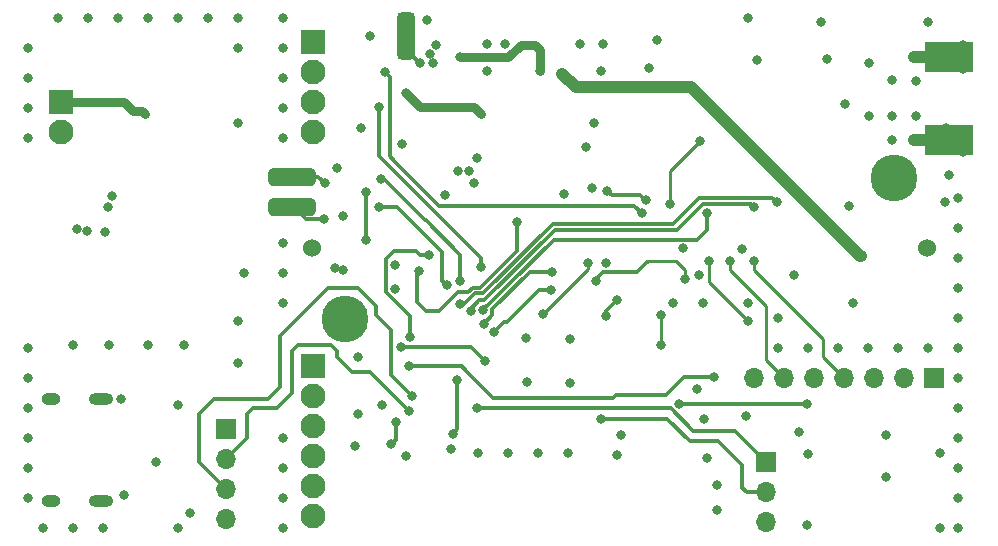
<source format=gbl>
G04 #@! TF.GenerationSoftware,KiCad,Pcbnew,(6.0.0)*
G04 #@! TF.CreationDate,2022-01-31T09:48:03+01:00*
G04 #@! TF.ProjectId,lora,6c6f7261-2e6b-4696-9361-645f70636258,v2.0*
G04 #@! TF.SameCoordinates,Original*
G04 #@! TF.FileFunction,Copper,L4,Bot*
G04 #@! TF.FilePolarity,Positive*
%FSLAX46Y46*%
G04 Gerber Fmt 4.6, Leading zero omitted, Abs format (unit mm)*
G04 Created by KiCad (PCBNEW (6.0.0)) date 2022-01-31 09:48:03*
%MOMM*%
%LPD*%
G01*
G04 APERTURE LIST*
G04 Aperture macros list*
%AMRoundRect*
0 Rectangle with rounded corners*
0 $1 Rounding radius*
0 $2 $3 $4 $5 $6 $7 $8 $9 X,Y pos of 4 corners*
0 Add a 4 corners polygon primitive as box body*
4,1,4,$2,$3,$4,$5,$6,$7,$8,$9,$2,$3,0*
0 Add four circle primitives for the rounded corners*
1,1,$1+$1,$2,$3*
1,1,$1+$1,$4,$5*
1,1,$1+$1,$6,$7*
1,1,$1+$1,$8,$9*
0 Add four rect primitives between the rounded corners*
20,1,$1+$1,$2,$3,$4,$5,0*
20,1,$1+$1,$4,$5,$6,$7,0*
20,1,$1+$1,$6,$7,$8,$9,0*
20,1,$1+$1,$8,$9,$2,$3,0*%
G04 Aperture macros list end*
G04 #@! TA.AperFunction,ComponentPad*
%ADD10R,1.700000X1.700000*%
G04 #@! TD*
G04 #@! TA.AperFunction,ComponentPad*
%ADD11O,1.700000X1.700000*%
G04 #@! TD*
G04 #@! TA.AperFunction,ComponentPad*
%ADD12R,2.100000X2.100000*%
G04 #@! TD*
G04 #@! TA.AperFunction,ComponentPad*
%ADD13C,2.100000*%
G04 #@! TD*
G04 #@! TA.AperFunction,SMDPad,CuDef*
%ADD14RoundRect,0.381000X-1.619000X-0.381000X1.619000X-0.381000X1.619000X0.381000X-1.619000X0.381000X0*%
G04 #@! TD*
G04 #@! TA.AperFunction,ComponentPad*
%ADD15C,0.970000*%
G04 #@! TD*
G04 #@! TA.AperFunction,SMDPad,CuDef*
%ADD16R,4.190000X2.665000*%
G04 #@! TD*
G04 #@! TA.AperFunction,SMDPad,CuDef*
%ADD17R,0.890000X0.460000*%
G04 #@! TD*
G04 #@! TA.AperFunction,ComponentPad*
%ADD18O,2.100000X1.000000*%
G04 #@! TD*
G04 #@! TA.AperFunction,ComponentPad*
%ADD19O,1.600000X1.000000*%
G04 #@! TD*
G04 #@! TA.AperFunction,SMDPad,CuDef*
%ADD20RoundRect,0.381000X0.381000X-1.619000X0.381000X1.619000X-0.381000X1.619000X-0.381000X-1.619000X0*%
G04 #@! TD*
G04 #@! TA.AperFunction,ComponentPad*
%ADD21C,1.530000*%
G04 #@! TD*
G04 #@! TA.AperFunction,ComponentPad*
%ADD22C,3.960000*%
G04 #@! TD*
G04 #@! TA.AperFunction,ViaPad*
%ADD23C,0.800000*%
G04 #@! TD*
G04 #@! TA.AperFunction,Conductor*
%ADD24C,0.250000*%
G04 #@! TD*
G04 #@! TA.AperFunction,Conductor*
%ADD25C,0.300000*%
G04 #@! TD*
G04 #@! TA.AperFunction,Conductor*
%ADD26C,0.750000*%
G04 #@! TD*
G04 #@! TA.AperFunction,Conductor*
%ADD27C,1.000000*%
G04 #@! TD*
G04 APERTURE END LIST*
D10*
X226568000Y-123190000D03*
D11*
X224028000Y-123190000D03*
X221488000Y-123190000D03*
X218948000Y-123190000D03*
X216408000Y-123190000D03*
X213868000Y-123190000D03*
X211328000Y-123190000D03*
D10*
X212344000Y-130317000D03*
D11*
X212344000Y-132857000D03*
X212344000Y-135397000D03*
D12*
X152654000Y-99822000D03*
D13*
X152654000Y-102362000D03*
D14*
X172135800Y-108686600D03*
X172135800Y-106146600D03*
D15*
X224853000Y-96007500D03*
D16*
X227838000Y-96007500D03*
D17*
X225298000Y-96007500D03*
D15*
X224853000Y-102992500D03*
D16*
X227838000Y-102992500D03*
D17*
X225298000Y-102992500D03*
D18*
X155986000Y-124966000D03*
D19*
X151806000Y-124966000D03*
X151806000Y-133606000D03*
D18*
X155986000Y-133606000D03*
D20*
X181864000Y-94234000D03*
D10*
X166624000Y-127508000D03*
D11*
X166624000Y-130048000D03*
X166624000Y-132588000D03*
X166624000Y-135128000D03*
D12*
X173990000Y-122174000D03*
D13*
X173990000Y-124714000D03*
X173990000Y-127254000D03*
X173990000Y-129794000D03*
X173990000Y-132334000D03*
X173990000Y-134874000D03*
D12*
X173990000Y-94737000D03*
D13*
X173990000Y-97277000D03*
X173990000Y-99817000D03*
X173990000Y-102357000D03*
D21*
X225893000Y-112172200D03*
X173903000Y-112172200D03*
D22*
X176653000Y-118212200D03*
X223133000Y-106222200D03*
D23*
X215138000Y-127762000D03*
X203454000Y-120396000D03*
X203454000Y-117856000D03*
X205486000Y-114808000D03*
X204216000Y-108458000D03*
X206756000Y-103124000D03*
X210820000Y-118364000D03*
X211328000Y-113284000D03*
X209296000Y-113284000D03*
X207518000Y-113284000D03*
X207899000Y-123063000D03*
X221000000Y-101000000D03*
X171450000Y-111760000D03*
X213360000Y-118110000D03*
X205300000Y-112200000D03*
X162560000Y-135890000D03*
X219300000Y-108600000D03*
X204470000Y-116840000D03*
X228600000Y-128270000D03*
X185674000Y-129159000D03*
X185166000Y-107696000D03*
X171450000Y-114300000D03*
X227420000Y-108230000D03*
X228600000Y-130810000D03*
X167640000Y-101600000D03*
X156933900Y-107784900D03*
X229000000Y-97000000D03*
X199700000Y-129700000D03*
X159766000Y-100838000D03*
X228600000Y-107950000D03*
X187960000Y-129540000D03*
X181483000Y-103378000D03*
X160020000Y-120396000D03*
X228600000Y-115570000D03*
X215773000Y-135636000D03*
X226000000Y-93000000D03*
X156368552Y-110774488D03*
X167640000Y-95250000D03*
X165100000Y-92710000D03*
X149860000Y-123190000D03*
X177800000Y-126238000D03*
X223000000Y-103000000D03*
X213360000Y-120650000D03*
X198374000Y-97155000D03*
X171450000Y-135890000D03*
X222504000Y-128016000D03*
X149860000Y-125730000D03*
X221000000Y-96500000D03*
X176022000Y-105410000D03*
X183642000Y-92837000D03*
X229000000Y-104000000D03*
X149860000Y-100330000D03*
X215852000Y-129588000D03*
X167640000Y-118364000D03*
X167640000Y-121920000D03*
X207300000Y-129900000D03*
X195580000Y-129540000D03*
X178816000Y-94234000D03*
X218440000Y-120650000D03*
X219000000Y-100000000D03*
X174928526Y-106692500D03*
X182970235Y-96512860D03*
X228600000Y-135890000D03*
X228600000Y-125730000D03*
X151130000Y-135890000D03*
X195199000Y-107569000D03*
X197612000Y-107061000D03*
X227780000Y-105980000D03*
X186243000Y-105603000D03*
X162560000Y-125476000D03*
X149860000Y-130810000D03*
X217450000Y-96200000D03*
X156210000Y-135890000D03*
X207010000Y-116840000D03*
X225000000Y-98000000D03*
X163576000Y-134620000D03*
X152400000Y-92710000D03*
X227076000Y-135890000D03*
X220980000Y-120650000D03*
X225000000Y-101000000D03*
X188722000Y-94869000D03*
X160632046Y-130281363D03*
X171450000Y-128270000D03*
X163068000Y-120396000D03*
X149860000Y-95250000D03*
X154845822Y-110737352D03*
X156718000Y-120396000D03*
X176530000Y-109474000D03*
X208153000Y-134366000D03*
X210820000Y-116840000D03*
X227076000Y-129540000D03*
X229000000Y-95000000D03*
X157988000Y-133096000D03*
X227500000Y-96000000D03*
X149860000Y-97790000D03*
X160020000Y-92710000D03*
X223000000Y-101000000D03*
X162560000Y-92710000D03*
X149860000Y-120650000D03*
X228600000Y-110490000D03*
X149860000Y-133350000D03*
X158750000Y-100584000D03*
X228600000Y-118110000D03*
X226060000Y-120650000D03*
X171450000Y-92710000D03*
X153670000Y-135890000D03*
X157480000Y-92710000D03*
X171450000Y-133350000D03*
X171450000Y-95250000D03*
X229000000Y-103000000D03*
X156591000Y-108661200D03*
X219710000Y-116840000D03*
X228600000Y-120650000D03*
X168148000Y-114300000D03*
X171450000Y-100330000D03*
X193040000Y-129540000D03*
X187132000Y-105603000D03*
X202438000Y-96926400D03*
X228600000Y-113030000D03*
X196596000Y-94869000D03*
X149860000Y-128270000D03*
X223520000Y-120650000D03*
X192000000Y-119800000D03*
X171450000Y-102870000D03*
X228600000Y-133350000D03*
X192050000Y-123500000D03*
X178054000Y-101981000D03*
X153670000Y-120396000D03*
X153949400Y-110540800D03*
X195700000Y-123550000D03*
X227500000Y-102000000D03*
X171450000Y-97790000D03*
X149860000Y-102870000D03*
X188722000Y-97155000D03*
X215900000Y-120650000D03*
X171450000Y-116840000D03*
X190246000Y-94869000D03*
X180910000Y-113620000D03*
X177546000Y-128905000D03*
X180922477Y-115622523D03*
X198501000Y-94869000D03*
X217000000Y-93000000D03*
X157734000Y-124968000D03*
X228600000Y-123190000D03*
X198750000Y-113450000D03*
X187579000Y-106680000D03*
X187833000Y-104521000D03*
X195700000Y-119850000D03*
X190500000Y-129540000D03*
X171450000Y-130810000D03*
X208153000Y-132207000D03*
X154940000Y-92710000D03*
X222930250Y-97930250D03*
X167640000Y-92710000D03*
X204900000Y-125350000D03*
X215750000Y-125350000D03*
X188153000Y-100777000D03*
X181864000Y-99060000D03*
X200025000Y-128016000D03*
X211500000Y-96250000D03*
X177800000Y-121412000D03*
X206502000Y-124099500D03*
X181864000Y-129794000D03*
X207050000Y-126650000D03*
X197104000Y-103632000D03*
X222504000Y-131572000D03*
X197739000Y-101600000D03*
X184150000Y-96520000D03*
X176530000Y-114046000D03*
X203098400Y-94538800D03*
X214643000Y-114440000D03*
X210600000Y-126400000D03*
X184404000Y-94996000D03*
X210312000Y-112268000D03*
X175788688Y-113812688D03*
X206629000Y-114427000D03*
X183896000Y-95758000D03*
X210750000Y-92650000D03*
X179832000Y-125476000D03*
X188520000Y-121710000D03*
X189260000Y-119310000D03*
X181390500Y-120527765D03*
X194130000Y-115700001D03*
X183740000Y-112790000D03*
X182118000Y-122174000D03*
X182140000Y-119730000D03*
X182372000Y-124714000D03*
X198374000Y-126619000D03*
X187833000Y-125730000D03*
X182118000Y-125984000D03*
X185293000Y-115316000D03*
X174879000Y-109728000D03*
X179578000Y-108712000D03*
X186436000Y-114935000D03*
X179705000Y-106299000D03*
X180594000Y-128778000D03*
X180975000Y-126873000D03*
X220350000Y-112800000D03*
X199898000Y-98552000D03*
X195072000Y-97409000D03*
X193421000Y-117729000D03*
X197231000Y-113411000D03*
X197920000Y-114950000D03*
X194200000Y-114200000D03*
X188399686Y-118579024D03*
X186182000Y-123317000D03*
X185800000Y-127900000D03*
X182887120Y-114070000D03*
X191200000Y-110000000D03*
X213250000Y-108300000D03*
X186394669Y-116944669D03*
X187314354Y-117493692D03*
X211250000Y-108649999D03*
X207300000Y-109200000D03*
X188311086Y-117412888D03*
X178435000Y-111506000D03*
X178435000Y-107442000D03*
X202184000Y-108077000D03*
X198882000Y-107315000D03*
X179578000Y-100203000D03*
X188214000Y-113792000D03*
X199660000Y-116590000D03*
X198750069Y-117889794D03*
X180086000Y-97282000D03*
X201803000Y-109220000D03*
X193167000Y-97155000D03*
X186436000Y-96012000D03*
D24*
X203454000Y-117856000D02*
X203454000Y-120396000D01*
X205486000Y-114046000D02*
X205486000Y-114808000D01*
X204724000Y-113284000D02*
X205486000Y-114046000D01*
X206756000Y-103124000D02*
X204216000Y-105664000D01*
X204216000Y-105664000D02*
X204216000Y-108458000D01*
X207518000Y-115062000D02*
X207518000Y-113284000D01*
X210820000Y-118364000D02*
X207518000Y-115062000D01*
X212344000Y-117094000D02*
X212344000Y-121666000D01*
X212344000Y-121666000D02*
X213868000Y-123190000D01*
X217170000Y-121412000D02*
X218948000Y-123190000D01*
X217170000Y-119888000D02*
X217170000Y-121412000D01*
X211328000Y-114046000D02*
X217170000Y-119888000D01*
X211328000Y-113284000D02*
X211328000Y-114046000D01*
X209296000Y-114046000D02*
X212344000Y-117094000D01*
X209296000Y-113284000D02*
X209296000Y-114046000D01*
X202316000Y-113284000D02*
X202250001Y-113349999D01*
X204724000Y-113284000D02*
X202316000Y-113284000D01*
D25*
X181864000Y-94234000D02*
X181864000Y-95406625D01*
X174408026Y-106172000D02*
X174928526Y-106692500D01*
D26*
X157988000Y-99822000D02*
X158750000Y-100584000D01*
D25*
X172339000Y-106172000D02*
X174408026Y-106172000D01*
X181864000Y-95406625D02*
X182970235Y-96512860D01*
D26*
X159512000Y-100584000D02*
X159766000Y-100838000D01*
D27*
X227838000Y-102992500D02*
X224853000Y-102992500D01*
D26*
X152654000Y-99822000D02*
X157988000Y-99822000D01*
X158750000Y-100584000D02*
X159512000Y-100584000D01*
D27*
X227838000Y-96007500D02*
X224853000Y-96007500D01*
D25*
X215750000Y-125350000D02*
X204900000Y-125350000D01*
D26*
X188153000Y-100777000D02*
X187579000Y-100203000D01*
X183007000Y-100203000D02*
X181864000Y-99060000D01*
X187579000Y-100203000D02*
X183007000Y-100203000D01*
D25*
X190365089Y-118446767D02*
X193111855Y-115700001D01*
X193111855Y-115700001D02*
X194130000Y-115700001D01*
X187360000Y-120550000D02*
X188520000Y-121710000D01*
X181510000Y-120550000D02*
X187360000Y-120550000D01*
X190365089Y-118446767D02*
X190123233Y-118446767D01*
X190123233Y-118446767D02*
X189260000Y-119310000D01*
X182630002Y-112400000D02*
X180820000Y-112400000D01*
X183740000Y-112790000D02*
X183020001Y-112789999D01*
X182140000Y-117900000D02*
X182140000Y-119730000D01*
X192913000Y-124841000D02*
X199390000Y-124841000D01*
X186563000Y-122174000D02*
X186944000Y-122555000D01*
X204343000Y-124079000D02*
X205359000Y-123063000D01*
X180159999Y-113060001D02*
X180159999Y-115919999D01*
X182118000Y-122174000D02*
X186563000Y-122174000D01*
X189230000Y-124841000D02*
X192913000Y-124841000D01*
X180159999Y-115919999D02*
X182140000Y-117900000D01*
X199630511Y-124600489D02*
X203821511Y-124600489D01*
X205359000Y-123063000D02*
X207899000Y-123063000D01*
X186944000Y-122555000D02*
X189230000Y-124841000D01*
X180820000Y-112400000D02*
X180159999Y-113060001D01*
X183020001Y-112789999D02*
X182630002Y-112400000D01*
X199390000Y-124841000D02*
X199630511Y-124600489D01*
X203821511Y-124600489D02*
X204343000Y-124079000D01*
X175260000Y-115570000D02*
X171196000Y-119634000D01*
X198374000Y-126619000D02*
X203962000Y-126619000D01*
X170180000Y-124968000D02*
X165608000Y-124968000D01*
X180594000Y-119126000D02*
X179324000Y-117856000D01*
X210312000Y-130556000D02*
X210312000Y-132461000D01*
X208280000Y-128524000D02*
X210312000Y-130556000D01*
X164338000Y-130302000D02*
X166624000Y-132588000D01*
X210312000Y-132461000D02*
X210708000Y-132857000D01*
X171196000Y-123952000D02*
X170180000Y-124968000D01*
X164338000Y-126238000D02*
X164338000Y-130302000D01*
X180594000Y-122936000D02*
X180594000Y-119126000D01*
X179324000Y-117094000D02*
X177800000Y-115570000D01*
X210708000Y-132857000D02*
X212344000Y-132857000D01*
X165608000Y-124968000D02*
X164338000Y-126238000D01*
X182372000Y-124714000D02*
X180594000Y-122936000D01*
X179324000Y-117856000D02*
X179324000Y-117094000D01*
X177800000Y-115570000D02*
X175260000Y-115570000D01*
X203962000Y-126619000D02*
X205867000Y-128524000D01*
X205867000Y-128524000D02*
X208280000Y-128524000D01*
X171196000Y-119634000D02*
X171196000Y-123952000D01*
X209662000Y-127635000D02*
X212344000Y-130317000D01*
X170942000Y-125730000D02*
X168910000Y-125730000D01*
X172720000Y-120396000D02*
X172212000Y-120904000D01*
X177292000Y-122682000D02*
X176022000Y-121412000D01*
X176022000Y-121412000D02*
X176022000Y-120904000D01*
X168910000Y-125730000D02*
X168402000Y-126238000D01*
X204220030Y-125730000D02*
X206125030Y-127635000D01*
X168402000Y-128270000D02*
X166624000Y-130048000D01*
X175514000Y-120396000D02*
X172720000Y-120396000D01*
X187833000Y-125730000D02*
X204220030Y-125730000D01*
X178816000Y-122682000D02*
X177292000Y-122682000D01*
X206125030Y-127635000D02*
X209662000Y-127635000D01*
X172212000Y-120904000D02*
X172212000Y-124460000D01*
X182118000Y-125984000D02*
X178816000Y-122682000D01*
X172212000Y-124460000D02*
X170942000Y-125730000D01*
X168402000Y-126238000D02*
X168402000Y-128270000D01*
X176022000Y-120904000D02*
X175514000Y-120396000D01*
X182626000Y-110236000D02*
X184912000Y-112522000D01*
X184912000Y-112522000D02*
X184912000Y-114935000D01*
X181102000Y-108712000D02*
X179578000Y-108712000D01*
X174879000Y-109728000D02*
X173355000Y-109728000D01*
X173355000Y-109728000D02*
X172339000Y-108712000D01*
X182626000Y-110236000D02*
X181102000Y-108712000D01*
X184912000Y-114935000D02*
X185293000Y-115316000D01*
X179959000Y-106299000D02*
X179705000Y-106299000D01*
X181229000Y-107569000D02*
X179959000Y-106299000D01*
X186436000Y-114935000D02*
X186436000Y-112720428D01*
X183459428Y-109799428D02*
X181229000Y-107569000D01*
X183515000Y-109799428D02*
X183459428Y-109799428D01*
X186436000Y-112720428D02*
X183515000Y-109799428D01*
X180975000Y-128397000D02*
X180594000Y-128778000D01*
X180975000Y-126873000D02*
X180975000Y-128397000D01*
D27*
X205994000Y-98552000D02*
X199898000Y-98552000D01*
X198628000Y-98552000D02*
X196215000Y-98552000D01*
X196215000Y-98552000D02*
X195072000Y-97409000D01*
X208534000Y-101092000D02*
X205994000Y-98552000D01*
X199898000Y-98552000D02*
X198628000Y-98552000D01*
X212722000Y-105280000D02*
X208534000Y-101092000D01*
X212730000Y-105280000D02*
X220250000Y-112800000D01*
X212730000Y-105280000D02*
X212722000Y-105280000D01*
X220250000Y-112800000D02*
X220350000Y-112800000D01*
D24*
X197231000Y-113919000D02*
X197231000Y-113411000D01*
X193421000Y-117729000D02*
X197231000Y-113919000D01*
D25*
X197920000Y-114790000D02*
X198509999Y-114200001D01*
X198509999Y-114200001D02*
X201399999Y-114200001D01*
X197920000Y-114950000D02*
X197920000Y-114790000D01*
X201399999Y-114200001D02*
X202250001Y-113349999D01*
X188399686Y-118579024D02*
X189140000Y-117838710D01*
X186182000Y-123317000D02*
X186182000Y-127518000D01*
X189140000Y-117838710D02*
X189140000Y-117367120D01*
X192307120Y-114200000D02*
X193200000Y-114200000D01*
X186182000Y-127518000D02*
X185800000Y-127900000D01*
X189140000Y-117367120D02*
X192307120Y-114200000D01*
X194200000Y-114200000D02*
X193200000Y-114200000D01*
X187483059Y-115507865D02*
X187100924Y-115890000D01*
X187100924Y-115890000D02*
X186243000Y-115890000D01*
X191200000Y-112428640D02*
X188120775Y-115507865D01*
X182753000Y-116713000D02*
X182753000Y-114117000D01*
X183515000Y-117475000D02*
X182753000Y-116713000D01*
X186243000Y-115890000D02*
X184658000Y-117475000D01*
X191200000Y-110000000D02*
X191200000Y-112428640D01*
X184658000Y-117475000D02*
X183515000Y-117475000D01*
X188120775Y-115507865D02*
X187483059Y-115507865D01*
X186394669Y-116944669D02*
X186753375Y-116944669D01*
X212849998Y-107899998D02*
X206600002Y-107899998D01*
X213250000Y-108300000D02*
X212849998Y-107899998D01*
X187690169Y-116007875D02*
X188327885Y-116007875D01*
X186753375Y-116944669D02*
X187690169Y-116007875D01*
X194235770Y-110099990D02*
X194420010Y-110099990D01*
X206600002Y-107899998D02*
X204400010Y-110099990D01*
X188327885Y-116007875D02*
X194235770Y-110099990D01*
X204400010Y-110099990D02*
X194420010Y-110099990D01*
X187500000Y-117308046D02*
X187314354Y-117493692D01*
X194442880Y-110600000D02*
X194700000Y-110600000D01*
X206549999Y-108850001D02*
X204800000Y-110600000D01*
X206549999Y-108839999D02*
X206549999Y-108850001D01*
X188013972Y-116600000D02*
X188442880Y-116600000D01*
X206939999Y-108449999D02*
X211050000Y-108449999D01*
X187314354Y-117299618D02*
X188013972Y-116600000D01*
X204800000Y-110600000D02*
X194700000Y-110600000D01*
X187314354Y-117493692D02*
X187314354Y-117299618D01*
X188442880Y-116600000D02*
X194442880Y-110600000D01*
X206939999Y-108449999D02*
X206549999Y-108839999D01*
X211050000Y-108449999D02*
X211250000Y-108649999D01*
X206450001Y-111449999D02*
X207300000Y-110600000D01*
X190700000Y-115050000D02*
X188650000Y-117100000D01*
X188650000Y-117100000D02*
X188623974Y-117100000D01*
X188623974Y-117100000D02*
X188311086Y-117412888D01*
X190750000Y-115050000D02*
X194350001Y-111449999D01*
X207300000Y-110600000D02*
X207300000Y-109200000D01*
X194350001Y-111449999D02*
X206450001Y-111449999D01*
X190750000Y-115050000D02*
X190700000Y-115050000D01*
X178435000Y-111506000D02*
X178435000Y-107442000D01*
X202184000Y-108077000D02*
X202057000Y-108077000D01*
X199390000Y-107696000D02*
X199263000Y-107696000D01*
X202057000Y-108077000D02*
X201930000Y-107950000D01*
X199263000Y-107696000D02*
X198882000Y-107315000D01*
X201930000Y-107950000D02*
X201676000Y-107696000D01*
X201676000Y-107696000D02*
X199390000Y-107696000D01*
X198719668Y-117859393D02*
X198750069Y-117889794D01*
X198719668Y-117530332D02*
X198719668Y-117859393D01*
X188214000Y-113030000D02*
X179578000Y-104394000D01*
X188214000Y-113792000D02*
X188214000Y-113030000D01*
X179578000Y-104394000D02*
X179578000Y-100203000D01*
X198719668Y-117530332D02*
X199660000Y-116590000D01*
X184658000Y-108585000D02*
X180848000Y-104775000D01*
X201168000Y-108585000D02*
X188722000Y-108585000D01*
X180467000Y-97663000D02*
X180086000Y-97282000D01*
X180467000Y-104394000D02*
X180467000Y-97663000D01*
X201803000Y-109220000D02*
X201168000Y-108585000D01*
X188722000Y-108585000D02*
X184658000Y-108585000D01*
X180848000Y-104775000D02*
X180467000Y-104394000D01*
D26*
X192727479Y-94937479D02*
X193167000Y-95377000D01*
X186436000Y-96012000D02*
X190500000Y-96012000D01*
X190500000Y-96012000D02*
X191574521Y-94937479D01*
X193167000Y-95377000D02*
X193167000Y-97155000D01*
X191574521Y-94937479D02*
X192727479Y-94937479D01*
M02*

</source>
